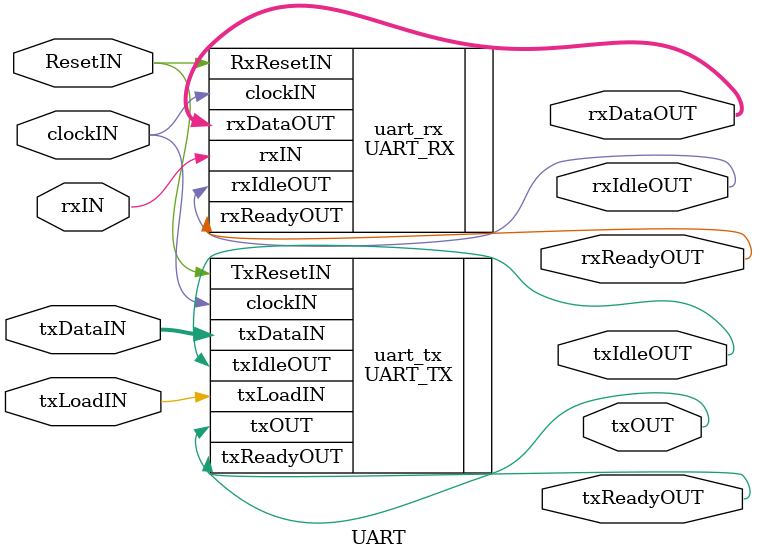
<source format=v>

module UART
#(
	parameter CLOCK_FREQUENCY = 50_000_000,
	parameter BAUD_RATE       = 9600
)
(
	input  clockIN,
	input  ResetIN,
	
	input  [7:0] txDataIN,
	input  txLoadIN,
	output wire txIdleOUT,
	output wire txReadyOUT,
	output wire txOUT,
	
	input  rxIN, 
	output wire rxIdleOUT,
	output wire rxReadyOUT,
	output wire [7:0] rxDataOUT
);

UART_TX 
#(
	.CLOCK_FREQUENCY(CLOCK_FREQUENCY),
	.BAUD_RATE(BAUD_RATE)
) uart_tx
(
	.clockIN(clockIN),
	.TxResetIN(ResetIN),
	
	.txDataIN(txDataIN),
	.txLoadIN(txLoadIN),
	.txIdleOUT(txIdleOUT),
	.txReadyOUT(txReadyOUT),
	.txOUT(txOUT)
);

UART_RX 
#(
	.CLOCK_FREQUENCY(CLOCK_FREQUENCY),
	.BAUD_RATE(BAUD_RATE)
) uart_rx
(
	.clockIN(clockIN),
	.RxResetIN(ResetIN),
	
	.rxIN(rxIN), 
	.rxIdleOUT(rxIdleOUT),
	.rxReadyOUT(rxReadyOUT),
	.rxDataOUT(rxDataOUT)
);

endmodule

</source>
